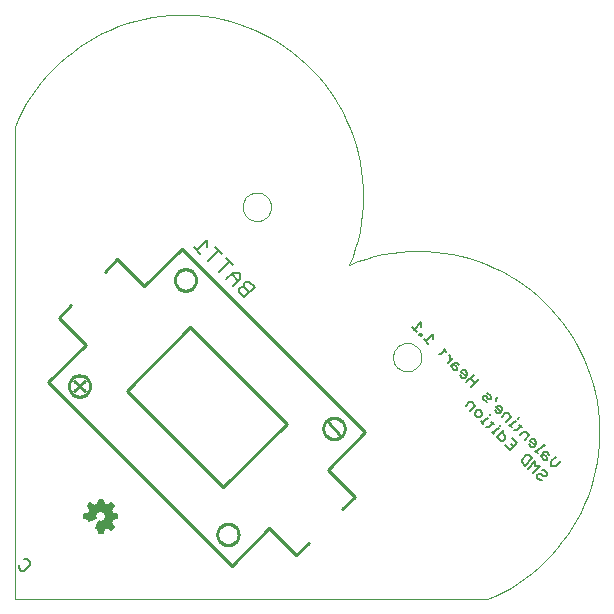
<source format=gbo>
G75*
G70*
%OFA0B0*%
%FSLAX24Y24*%
%IPPOS*%
%LPD*%
%AMOC8*
5,1,8,0,0,1.08239X$1,22.5*
%
%ADD10C,0.0000*%
%ADD11C,0.0060*%
%ADD12C,0.0080*%
%ADD13C,0.0100*%
%ADD14C,0.0070*%
D10*
X009756Y010038D02*
X009756Y025786D01*
X009873Y026053D01*
X010003Y026314D01*
X010146Y026569D01*
X010300Y026816D01*
X010467Y027055D01*
X010645Y027287D01*
X010833Y027509D01*
X011033Y027722D01*
X011242Y027925D01*
X011461Y028117D01*
X011689Y028299D01*
X011925Y028470D01*
X012170Y028629D01*
X012422Y028776D01*
X012680Y028911D01*
X012945Y029033D01*
X013216Y029142D01*
X013491Y029238D01*
X013771Y029320D01*
X014054Y029389D01*
X014340Y029444D01*
X014629Y029485D01*
X014919Y029513D01*
X015211Y029526D01*
X015502Y029525D01*
X015794Y029510D01*
X016084Y029481D01*
X016372Y029438D01*
X016658Y029381D01*
X016941Y029310D01*
X017220Y029226D01*
X017495Y029128D01*
X017765Y029017D01*
X018029Y028893D01*
X018286Y028757D01*
X018537Y028608D01*
X018781Y028448D01*
X019016Y028276D01*
X019243Y028092D01*
X019461Y027898D01*
X019669Y027694D01*
X019866Y027480D01*
X020054Y027256D01*
X020230Y027024D01*
X020395Y026783D01*
X020548Y026535D01*
X020689Y026280D01*
X020817Y026018D01*
X020933Y025750D01*
X021035Y025477D01*
X021125Y025200D01*
X021200Y024918D01*
X021262Y024633D01*
X021310Y024345D01*
X021345Y024056D01*
X021365Y023765D01*
X021371Y023473D01*
X021363Y023182D01*
X021341Y022891D01*
X021305Y022602D01*
X021255Y022314D01*
X021191Y022030D01*
X021113Y021749D01*
X021022Y021472D01*
X020918Y021199D01*
X022368Y018112D02*
X022370Y018155D01*
X022376Y018197D01*
X022386Y018239D01*
X022399Y018280D01*
X022416Y018320D01*
X022437Y018357D01*
X022461Y018393D01*
X022488Y018426D01*
X022518Y018457D01*
X022551Y018485D01*
X022586Y018510D01*
X022623Y018531D01*
X022662Y018549D01*
X022702Y018563D01*
X022744Y018574D01*
X022786Y018581D01*
X022829Y018584D01*
X022872Y018583D01*
X022915Y018578D01*
X022957Y018569D01*
X022998Y018557D01*
X023038Y018541D01*
X023076Y018521D01*
X023112Y018498D01*
X023146Y018471D01*
X023178Y018442D01*
X023206Y018410D01*
X023232Y018375D01*
X023254Y018339D01*
X023273Y018300D01*
X023288Y018260D01*
X023300Y018219D01*
X023308Y018176D01*
X023312Y018133D01*
X023312Y018091D01*
X023308Y018048D01*
X023300Y018005D01*
X023288Y017964D01*
X023273Y017924D01*
X023254Y017885D01*
X023232Y017849D01*
X023206Y017814D01*
X023178Y017782D01*
X023146Y017753D01*
X023112Y017726D01*
X023076Y017703D01*
X023038Y017683D01*
X022998Y017667D01*
X022957Y017655D01*
X022915Y017646D01*
X022872Y017641D01*
X022829Y017640D01*
X022786Y017643D01*
X022744Y017650D01*
X022702Y017661D01*
X022662Y017675D01*
X022623Y017693D01*
X022586Y017714D01*
X022551Y017739D01*
X022518Y017767D01*
X022488Y017798D01*
X022461Y017831D01*
X022437Y017867D01*
X022416Y017904D01*
X022399Y017944D01*
X022386Y017985D01*
X022376Y018027D01*
X022370Y018069D01*
X022368Y018112D01*
X020918Y021200D02*
X021190Y021304D01*
X021467Y021395D01*
X021748Y021473D01*
X022033Y021537D01*
X022320Y021587D01*
X022609Y021623D01*
X022900Y021645D01*
X023191Y021653D01*
X023483Y021647D01*
X023774Y021627D01*
X024063Y021592D01*
X024351Y021544D01*
X024636Y021482D01*
X024918Y021407D01*
X025195Y021317D01*
X025468Y021215D01*
X025736Y021099D01*
X025998Y020971D01*
X026253Y020830D01*
X026501Y020677D01*
X026742Y020512D01*
X026974Y020336D01*
X027198Y020148D01*
X027412Y019951D01*
X027616Y019743D01*
X027810Y019525D01*
X027994Y019298D01*
X028166Y019063D01*
X028326Y018819D01*
X028475Y018568D01*
X028611Y018311D01*
X028735Y018047D01*
X028846Y017777D01*
X028944Y017502D01*
X029028Y017223D01*
X029099Y016940D01*
X029156Y016654D01*
X029199Y016366D01*
X029228Y016076D01*
X029243Y015784D01*
X029244Y015493D01*
X029231Y015201D01*
X029203Y014911D01*
X029162Y014622D01*
X029107Y014336D01*
X029038Y014053D01*
X028956Y013773D01*
X028860Y013498D01*
X028751Y013227D01*
X028629Y012962D01*
X028494Y012704D01*
X028347Y012452D01*
X028188Y012207D01*
X028017Y011971D01*
X027835Y011743D01*
X027643Y011524D01*
X027440Y011315D01*
X027227Y011115D01*
X027005Y010927D01*
X026773Y010749D01*
X026534Y010582D01*
X026287Y010428D01*
X026032Y010285D01*
X025771Y010155D01*
X025504Y010038D01*
X009756Y010038D01*
X017357Y023123D02*
X017359Y023166D01*
X017365Y023208D01*
X017375Y023250D01*
X017388Y023291D01*
X017405Y023331D01*
X017426Y023368D01*
X017450Y023404D01*
X017477Y023437D01*
X017507Y023468D01*
X017540Y023496D01*
X017575Y023521D01*
X017612Y023542D01*
X017651Y023560D01*
X017691Y023574D01*
X017733Y023585D01*
X017775Y023592D01*
X017818Y023595D01*
X017861Y023594D01*
X017904Y023589D01*
X017946Y023580D01*
X017987Y023568D01*
X018027Y023552D01*
X018065Y023532D01*
X018101Y023509D01*
X018135Y023482D01*
X018167Y023453D01*
X018195Y023421D01*
X018221Y023386D01*
X018243Y023350D01*
X018262Y023311D01*
X018277Y023271D01*
X018289Y023230D01*
X018297Y023187D01*
X018301Y023144D01*
X018301Y023102D01*
X018297Y023059D01*
X018289Y023016D01*
X018277Y022975D01*
X018262Y022935D01*
X018243Y022896D01*
X018221Y022860D01*
X018195Y022825D01*
X018167Y022793D01*
X018135Y022764D01*
X018101Y022737D01*
X018065Y022714D01*
X018027Y022694D01*
X017987Y022678D01*
X017946Y022666D01*
X017904Y022657D01*
X017861Y022652D01*
X017818Y022651D01*
X017775Y022654D01*
X017733Y022661D01*
X017691Y022672D01*
X017651Y022686D01*
X017612Y022704D01*
X017575Y022725D01*
X017540Y022750D01*
X017507Y022778D01*
X017477Y022809D01*
X017450Y022842D01*
X017426Y022878D01*
X017405Y022915D01*
X017388Y022955D01*
X017375Y022996D01*
X017365Y023038D01*
X017359Y023080D01*
X017357Y023123D01*
D11*
X022995Y019113D02*
X023155Y018953D01*
X023075Y019033D02*
X023316Y019273D01*
X023316Y019113D01*
X023286Y018903D02*
X023246Y018863D01*
X023286Y018822D01*
X023326Y018863D01*
X023286Y018903D01*
X023386Y018722D02*
X023546Y018562D01*
X023466Y018642D02*
X023706Y018883D01*
X023706Y018722D01*
X024060Y018369D02*
X024140Y018288D01*
X024140Y018369D02*
X023980Y018208D01*
X023900Y018208D01*
X024237Y018192D02*
X024277Y018152D01*
X024277Y017991D01*
X024197Y017911D02*
X024357Y018071D01*
X024417Y017931D02*
X024297Y017811D01*
X024417Y017691D01*
X024497Y017691D01*
X024497Y017771D01*
X024377Y017891D01*
X024417Y017931D02*
X024497Y017931D01*
X024578Y017851D01*
X024678Y017671D02*
X024638Y017631D01*
X024798Y017471D01*
X024838Y017511D02*
X024838Y017591D01*
X024758Y017671D01*
X024678Y017671D01*
X024597Y017511D02*
X024678Y017430D01*
X024758Y017430D01*
X024838Y017511D01*
X024938Y017411D02*
X025098Y017250D01*
X024978Y017130D02*
X025219Y017371D01*
X025058Y017531D02*
X024818Y017290D01*
X024911Y016602D02*
X024791Y016482D01*
X024911Y016602D02*
X024991Y016602D01*
X025112Y016482D01*
X024951Y016322D01*
X025091Y016262D02*
X025171Y016342D01*
X025252Y016342D01*
X025332Y016262D01*
X025332Y016182D01*
X025252Y016101D01*
X025171Y016101D01*
X025091Y016182D01*
X025091Y016262D01*
X025305Y015968D02*
X025385Y015888D01*
X025345Y015928D02*
X025506Y016088D01*
X025546Y016048D01*
X025586Y016168D02*
X025626Y016209D01*
X025769Y016339D02*
X025849Y016259D01*
X025930Y016259D01*
X026010Y016339D01*
X026010Y016419D01*
X025930Y016499D01*
X025849Y016499D01*
X025809Y016459D01*
X025970Y016299D01*
X026110Y016239D02*
X025990Y016119D01*
X026110Y016239D02*
X026190Y016239D01*
X026310Y016119D01*
X026150Y015958D01*
X026243Y015865D02*
X026324Y015785D01*
X026283Y015825D02*
X026444Y015985D01*
X026484Y015945D01*
X026524Y016065D02*
X026564Y016105D01*
X026577Y015852D02*
X026658Y015771D01*
X026658Y015852D02*
X026497Y015691D01*
X026417Y015691D01*
X026597Y015511D02*
X026717Y015631D01*
X026798Y015631D01*
X026918Y015511D01*
X026757Y015351D01*
X026938Y015331D02*
X027098Y015170D01*
X027058Y015130D02*
X027138Y015210D01*
X027138Y015291D01*
X027058Y015371D01*
X026978Y015371D01*
X026938Y015331D01*
X026898Y015210D02*
X026978Y015130D01*
X027058Y015130D01*
X027111Y014997D02*
X027191Y014917D01*
X027151Y014957D02*
X027392Y015197D01*
X027432Y015157D01*
X027412Y014937D02*
X027291Y014817D01*
X027412Y014696D01*
X027492Y014696D01*
X027492Y014776D01*
X027372Y014897D01*
X027412Y014937D02*
X027492Y014937D01*
X027572Y014857D01*
X027792Y014797D02*
X027632Y014636D01*
X027632Y014476D01*
X027792Y014476D01*
X027953Y014636D01*
X027495Y014259D02*
X027495Y014179D01*
X027455Y014139D01*
X027375Y014139D01*
X027295Y014219D01*
X027214Y014219D01*
X027174Y014179D01*
X027174Y014099D01*
X027255Y014018D01*
X027335Y014018D01*
X027495Y014259D02*
X027415Y014339D01*
X027335Y014339D01*
X027275Y014479D02*
X027115Y014479D01*
X027115Y014640D01*
X026874Y014399D01*
X026774Y014499D02*
X026654Y014619D01*
X026654Y014699D01*
X026814Y014860D01*
X026894Y014860D01*
X027015Y014740D01*
X026774Y014499D01*
X027034Y014239D02*
X027275Y014479D01*
X026494Y015260D02*
X026333Y015421D01*
X026293Y015220D02*
X026373Y015140D01*
X026253Y015020D02*
X026494Y015260D01*
X026253Y015020D02*
X026093Y015180D01*
X026033Y015320D02*
X026113Y015400D01*
X026113Y015481D01*
X025993Y015601D01*
X026073Y015681D02*
X025832Y015441D01*
X025953Y015320D01*
X026033Y015320D01*
X025732Y015541D02*
X025652Y015621D01*
X025692Y015581D02*
X025853Y015741D01*
X025893Y015701D01*
X025933Y015821D02*
X025973Y015861D01*
X025719Y015875D02*
X025639Y015955D01*
X025719Y015955D02*
X025559Y015794D01*
X025479Y015794D01*
X025499Y016609D02*
X025379Y016729D01*
X025379Y016810D01*
X025459Y016810D01*
X025539Y016729D01*
X025619Y016729D01*
X025619Y016810D01*
X025499Y016930D01*
X025790Y016719D02*
X025790Y016639D01*
X025790Y016719D02*
X025870Y016800D01*
X013181Y012869D02*
X013181Y012742D01*
X013025Y012714D01*
X012976Y012579D01*
X013068Y012459D01*
X012976Y012367D01*
X012849Y012452D01*
X012721Y012395D01*
X012686Y012247D01*
X012559Y012247D01*
X012530Y012388D01*
X012474Y012403D01*
X012566Y012636D01*
X012566Y012593D02*
X012530Y012417D01*
X012601Y012275D01*
X012672Y012275D01*
X012707Y012452D01*
X012884Y012487D01*
X012955Y012417D01*
X013025Y012487D01*
X012919Y012593D01*
X012990Y012735D01*
X013167Y012770D01*
X013167Y012841D01*
X012990Y012876D01*
X012955Y013053D01*
X013025Y013124D01*
X012955Y013194D01*
X012813Y013124D01*
X012672Y013194D01*
X012672Y013336D01*
X012601Y013336D01*
X012530Y013194D01*
X012389Y013124D01*
X012283Y013230D01*
X012248Y013124D01*
X012318Y012982D01*
X012212Y012876D01*
X012106Y012841D01*
X012106Y012770D01*
X012212Y012735D01*
X012248Y012699D01*
X012389Y012770D01*
X012460Y012982D01*
X012636Y013018D01*
X012778Y012947D01*
X012849Y012806D01*
X012778Y012664D01*
X012636Y012593D01*
X012566Y012593D01*
X012558Y012556D02*
X012957Y012556D01*
X012930Y012614D02*
X012678Y012614D01*
X012782Y012673D02*
X012959Y012673D01*
X012988Y012731D02*
X012812Y012731D01*
X012841Y012790D02*
X013167Y012790D01*
X013129Y012849D02*
X012827Y012849D01*
X012798Y012907D02*
X012984Y012907D01*
X013025Y012897D02*
X012976Y013018D01*
X013068Y013152D01*
X012976Y013244D01*
X012841Y013152D01*
X012721Y013202D01*
X012686Y013364D01*
X012559Y013364D01*
X012530Y013209D01*
X012410Y013159D01*
X012283Y013244D01*
X012191Y013152D01*
X012269Y013032D01*
X012219Y012897D01*
X012064Y012869D01*
X012064Y012742D01*
X012205Y012714D01*
X012226Y012650D01*
X012453Y012749D01*
X012396Y012790D02*
X012106Y012790D01*
X012129Y012849D02*
X012415Y012849D01*
X012435Y012907D02*
X012243Y012907D01*
X012301Y012966D02*
X012454Y012966D01*
X012297Y013024D02*
X012960Y013024D01*
X012972Y012966D02*
X012741Y012966D01*
X012778Y013141D02*
X012424Y013141D01*
X012371Y013141D02*
X012253Y013141D01*
X012268Y013083D02*
X012984Y013083D01*
X013008Y013141D02*
X012848Y013141D01*
X012672Y013200D02*
X012533Y013200D01*
X012562Y013258D02*
X012672Y013258D01*
X012672Y013317D02*
X012592Y013317D01*
X012313Y013200D02*
X012273Y013200D01*
X012452Y012749D02*
X012446Y012775D01*
X012443Y012800D01*
X012444Y012826D01*
X012449Y012852D01*
X012457Y012876D01*
X012469Y012899D01*
X012484Y012920D01*
X012502Y012939D01*
X012522Y012955D01*
X012545Y012968D01*
X012569Y012977D01*
X012594Y012983D01*
X012620Y012985D01*
X012646Y012983D01*
X012671Y012978D01*
X012696Y012969D01*
X012718Y012957D01*
X012739Y012941D01*
X012757Y012923D01*
X012773Y012902D01*
X012785Y012880D01*
X012794Y012855D01*
X012799Y012830D01*
X012801Y012804D01*
X012799Y012778D01*
X012793Y012753D01*
X012784Y012729D01*
X012771Y012706D01*
X012755Y012686D01*
X012736Y012668D01*
X012715Y012653D01*
X012692Y012641D01*
X012668Y012633D01*
X012642Y012628D01*
X012616Y012627D01*
X012590Y012630D01*
X012565Y012636D01*
X012546Y012497D02*
X013015Y012497D01*
X012977Y012439D02*
X012933Y012439D01*
X012704Y012439D02*
X012535Y012439D01*
X012549Y012380D02*
X012693Y012380D01*
X012681Y012322D02*
X012578Y012322D01*
X012311Y012731D02*
X012216Y012731D01*
X013025Y012897D02*
X013181Y012869D01*
D12*
X010282Y011277D02*
X010282Y011178D01*
X010084Y010980D01*
X009985Y010980D01*
X009886Y011079D01*
X009886Y011178D01*
X010084Y011376D02*
X010183Y011376D01*
X010282Y011277D01*
D13*
X011740Y016972D02*
X012093Y017325D01*
X011562Y017148D02*
X011564Y017185D01*
X011570Y017222D01*
X011579Y017257D01*
X011593Y017292D01*
X011609Y017325D01*
X011630Y017356D01*
X011653Y017385D01*
X011679Y017411D01*
X011708Y017434D01*
X011739Y017455D01*
X011772Y017471D01*
X011807Y017485D01*
X011842Y017494D01*
X011879Y017500D01*
X011916Y017502D01*
X011953Y017500D01*
X011990Y017494D01*
X012025Y017485D01*
X012060Y017471D01*
X012093Y017455D01*
X012124Y017434D01*
X012153Y017411D01*
X012179Y017385D01*
X012202Y017356D01*
X012223Y017325D01*
X012239Y017292D01*
X012253Y017257D01*
X012262Y017222D01*
X012268Y017185D01*
X012270Y017148D01*
X012268Y017111D01*
X012262Y017074D01*
X012253Y017039D01*
X012239Y017004D01*
X012223Y016971D01*
X012202Y016940D01*
X012179Y016911D01*
X012153Y016885D01*
X012124Y016862D01*
X012093Y016841D01*
X012060Y016825D01*
X012025Y016811D01*
X011990Y016802D01*
X011953Y016796D01*
X011916Y016794D01*
X011879Y016796D01*
X011842Y016802D01*
X011807Y016811D01*
X011772Y016825D01*
X011739Y016841D01*
X011708Y016862D01*
X011679Y016885D01*
X011653Y016911D01*
X011630Y016940D01*
X011609Y016971D01*
X011593Y017004D01*
X011579Y017039D01*
X011570Y017074D01*
X011564Y017111D01*
X011562Y017148D01*
X011740Y017325D02*
X012093Y016972D01*
X010870Y017276D02*
X016994Y011152D01*
X018247Y012405D01*
X019138Y011514D01*
X019556Y011931D01*
X020669Y013045D02*
X021087Y013463D01*
X020196Y014353D01*
X021449Y015606D01*
X015324Y021731D01*
X014071Y020478D01*
X013180Y021369D01*
X012763Y020951D01*
X011649Y019838D02*
X011232Y019420D01*
X012123Y018529D01*
X010870Y017276D01*
X013487Y016998D02*
X016716Y013769D01*
X018832Y015885D01*
X015602Y019114D01*
X013487Y016998D01*
X015098Y020684D02*
X015100Y020721D01*
X015106Y020758D01*
X015115Y020793D01*
X015129Y020828D01*
X015145Y020861D01*
X015166Y020892D01*
X015189Y020921D01*
X015215Y020947D01*
X015244Y020970D01*
X015275Y020991D01*
X015308Y021007D01*
X015343Y021021D01*
X015378Y021030D01*
X015415Y021036D01*
X015452Y021038D01*
X015489Y021036D01*
X015526Y021030D01*
X015561Y021021D01*
X015596Y021007D01*
X015629Y020991D01*
X015660Y020970D01*
X015689Y020947D01*
X015715Y020921D01*
X015738Y020892D01*
X015759Y020861D01*
X015775Y020828D01*
X015789Y020793D01*
X015798Y020758D01*
X015804Y020721D01*
X015806Y020684D01*
X015804Y020647D01*
X015798Y020610D01*
X015789Y020575D01*
X015775Y020540D01*
X015759Y020507D01*
X015738Y020476D01*
X015715Y020447D01*
X015689Y020421D01*
X015660Y020398D01*
X015629Y020377D01*
X015596Y020361D01*
X015561Y020347D01*
X015526Y020338D01*
X015489Y020332D01*
X015452Y020330D01*
X015415Y020332D01*
X015378Y020338D01*
X015343Y020347D01*
X015308Y020361D01*
X015275Y020377D01*
X015244Y020398D01*
X015215Y020421D01*
X015189Y020447D01*
X015166Y020476D01*
X015145Y020507D01*
X015129Y020540D01*
X015115Y020575D01*
X015106Y020610D01*
X015100Y020647D01*
X015098Y020684D01*
X020225Y015911D02*
X020579Y015557D01*
X020048Y015734D02*
X020050Y015771D01*
X020056Y015808D01*
X020065Y015843D01*
X020079Y015878D01*
X020095Y015911D01*
X020116Y015942D01*
X020139Y015971D01*
X020165Y015997D01*
X020194Y016020D01*
X020225Y016041D01*
X020258Y016057D01*
X020293Y016071D01*
X020328Y016080D01*
X020365Y016086D01*
X020402Y016088D01*
X020439Y016086D01*
X020476Y016080D01*
X020511Y016071D01*
X020546Y016057D01*
X020579Y016041D01*
X020610Y016020D01*
X020639Y015997D01*
X020665Y015971D01*
X020688Y015942D01*
X020709Y015911D01*
X020725Y015878D01*
X020739Y015843D01*
X020748Y015808D01*
X020754Y015771D01*
X020756Y015734D01*
X020754Y015697D01*
X020748Y015660D01*
X020739Y015625D01*
X020725Y015590D01*
X020709Y015557D01*
X020688Y015526D01*
X020665Y015497D01*
X020639Y015471D01*
X020610Y015448D01*
X020579Y015427D01*
X020546Y015411D01*
X020511Y015397D01*
X020476Y015388D01*
X020439Y015382D01*
X020402Y015380D01*
X020365Y015382D01*
X020328Y015388D01*
X020293Y015397D01*
X020258Y015411D01*
X020225Y015427D01*
X020194Y015448D01*
X020165Y015471D01*
X020139Y015497D01*
X020116Y015526D01*
X020095Y015557D01*
X020079Y015590D01*
X020065Y015625D01*
X020056Y015660D01*
X020050Y015697D01*
X020048Y015734D01*
X016512Y012199D02*
X016514Y012236D01*
X016520Y012273D01*
X016529Y012308D01*
X016543Y012343D01*
X016559Y012376D01*
X016580Y012407D01*
X016603Y012436D01*
X016629Y012462D01*
X016658Y012485D01*
X016689Y012506D01*
X016722Y012522D01*
X016757Y012536D01*
X016792Y012545D01*
X016829Y012551D01*
X016866Y012553D01*
X016903Y012551D01*
X016940Y012545D01*
X016975Y012536D01*
X017010Y012522D01*
X017043Y012506D01*
X017074Y012485D01*
X017103Y012462D01*
X017129Y012436D01*
X017152Y012407D01*
X017173Y012376D01*
X017189Y012343D01*
X017203Y012308D01*
X017212Y012273D01*
X017218Y012236D01*
X017220Y012199D01*
X017218Y012162D01*
X017212Y012125D01*
X017203Y012090D01*
X017189Y012055D01*
X017173Y012022D01*
X017152Y011991D01*
X017129Y011962D01*
X017103Y011936D01*
X017074Y011913D01*
X017043Y011892D01*
X017010Y011876D01*
X016975Y011862D01*
X016940Y011853D01*
X016903Y011847D01*
X016866Y011845D01*
X016829Y011847D01*
X016792Y011853D01*
X016757Y011862D01*
X016722Y011876D01*
X016689Y011892D01*
X016658Y011913D01*
X016629Y011936D01*
X016603Y011962D01*
X016580Y011991D01*
X016559Y012022D01*
X016543Y012055D01*
X016529Y012090D01*
X016520Y012125D01*
X016514Y012162D01*
X016512Y012199D01*
D14*
X017409Y020105D02*
X017236Y020279D01*
X017236Y020394D01*
X017294Y020452D01*
X017409Y020452D01*
X017583Y020279D01*
X017756Y020452D02*
X017409Y020105D01*
X017409Y020452D02*
X017409Y020568D01*
X017467Y020626D01*
X017583Y020626D01*
X017756Y020452D01*
X017276Y020701D02*
X017045Y020470D01*
X017218Y020643D02*
X016987Y020874D01*
X017045Y020932D02*
X016814Y020701D01*
X017045Y020932D02*
X017276Y020932D01*
X017276Y020701D01*
X017027Y021181D02*
X016796Y021412D01*
X016911Y021297D02*
X016565Y020950D01*
X016200Y021315D02*
X016547Y021661D01*
X016663Y021546D02*
X016431Y021777D01*
X016182Y021795D02*
X016182Y022026D01*
X015836Y021679D01*
X015951Y021564D02*
X015720Y021795D01*
M02*

</source>
